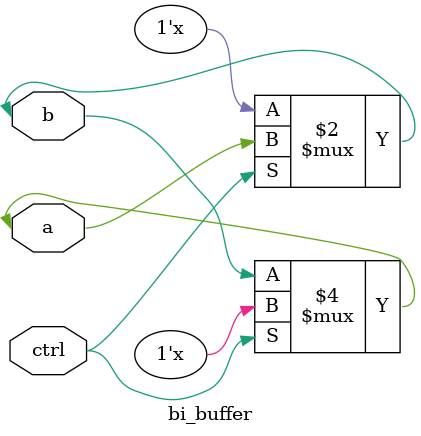
<source format=v>
module bi_buffer(a,b,ctrl);

inout a;
input ctrl;
inout  b;
assign b=(&ctrl)? a:1'bz;
assign a = (&ctrl) ? 1'bz : b;

endmodule
</source>
